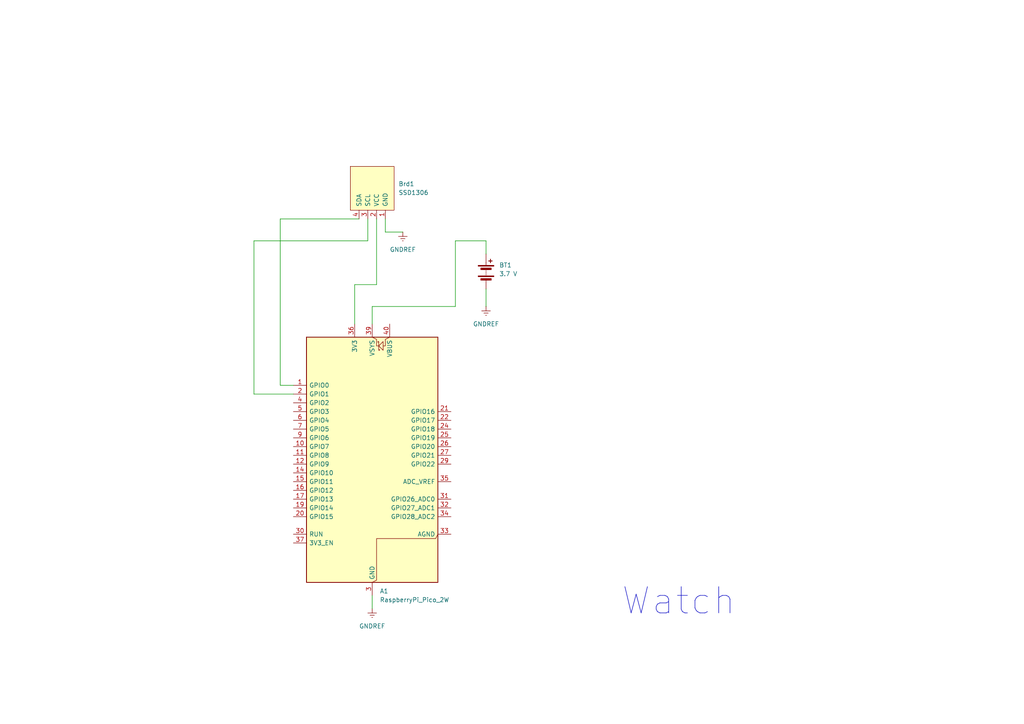
<source format=kicad_sch>
(kicad_sch
	(version 20231120)
	(generator "eeschema")
	(generator_version "8.0")
	(uuid "a5498431-5306-40bd-b437-e243370f727f")
	(paper "A4")
	(lib_symbols
		(symbol "Device:Battery"
			(pin_numbers hide)
			(pin_names
				(offset 0) hide)
			(exclude_from_sim no)
			(in_bom yes)
			(on_board yes)
			(property "Reference" "BT"
				(at 2.54 2.54 0)
				(effects
					(font
						(size 1.27 1.27)
					)
					(justify left)
				)
			)
			(property "Value" "Battery"
				(at 2.54 0 0)
				(effects
					(font
						(size 1.27 1.27)
					)
					(justify left)
				)
			)
			(property "Footprint" ""
				(at 0 1.524 90)
				(effects
					(font
						(size 1.27 1.27)
					)
					(hide yes)
				)
			)
			(property "Datasheet" "~"
				(at 0 1.524 90)
				(effects
					(font
						(size 1.27 1.27)
					)
					(hide yes)
				)
			)
			(property "Description" "Multiple-cell battery"
				(at 0 0 0)
				(effects
					(font
						(size 1.27 1.27)
					)
					(hide yes)
				)
			)
			(property "ki_keywords" "batt voltage-source cell"
				(at 0 0 0)
				(effects
					(font
						(size 1.27 1.27)
					)
					(hide yes)
				)
			)
			(symbol "Battery_0_1"
				(rectangle
					(start -2.286 -1.27)
					(end 2.286 -1.524)
					(stroke
						(width 0)
						(type default)
					)
					(fill
						(type outline)
					)
				)
				(rectangle
					(start -2.286 1.778)
					(end 2.286 1.524)
					(stroke
						(width 0)
						(type default)
					)
					(fill
						(type outline)
					)
				)
				(rectangle
					(start -1.524 -2.032)
					(end 1.524 -2.54)
					(stroke
						(width 0)
						(type default)
					)
					(fill
						(type outline)
					)
				)
				(rectangle
					(start -1.524 1.016)
					(end 1.524 0.508)
					(stroke
						(width 0)
						(type default)
					)
					(fill
						(type outline)
					)
				)
				(polyline
					(pts
						(xy 0 -1.016) (xy 0 -0.762)
					)
					(stroke
						(width 0)
						(type default)
					)
					(fill
						(type none)
					)
				)
				(polyline
					(pts
						(xy 0 -0.508) (xy 0 -0.254)
					)
					(stroke
						(width 0)
						(type default)
					)
					(fill
						(type none)
					)
				)
				(polyline
					(pts
						(xy 0 0) (xy 0 0.254)
					)
					(stroke
						(width 0)
						(type default)
					)
					(fill
						(type none)
					)
				)
				(polyline
					(pts
						(xy 0 1.778) (xy 0 2.54)
					)
					(stroke
						(width 0)
						(type default)
					)
					(fill
						(type none)
					)
				)
				(polyline
					(pts
						(xy 0.762 3.048) (xy 1.778 3.048)
					)
					(stroke
						(width 0.254)
						(type default)
					)
					(fill
						(type none)
					)
				)
				(polyline
					(pts
						(xy 1.27 3.556) (xy 1.27 2.54)
					)
					(stroke
						(width 0.254)
						(type default)
					)
					(fill
						(type none)
					)
				)
			)
			(symbol "Battery_1_1"
				(pin passive line
					(at 0 5.08 270)
					(length 2.54)
					(name "+"
						(effects
							(font
								(size 1.27 1.27)
							)
						)
					)
					(number "1"
						(effects
							(font
								(size 1.27 1.27)
							)
						)
					)
				)
				(pin passive line
					(at 0 -5.08 90)
					(length 2.54)
					(name "-"
						(effects
							(font
								(size 1.27 1.27)
							)
						)
					)
					(number "2"
						(effects
							(font
								(size 1.27 1.27)
							)
						)
					)
				)
			)
		)
		(symbol "MCU_Module_RaspberryPi_Pico:RaspberryPi_Pico_W"
			(pin_names
				(offset 0.762)
			)
			(exclude_from_sim no)
			(in_bom yes)
			(on_board yes)
			(property "Reference" "A"
				(at -19.05 38.1 0)
				(effects
					(font
						(size 1.27 1.27)
					)
					(justify left)
				)
			)
			(property "Value" "RaspberryPi_Pico_W"
				(at 7.62 38.1 0)
				(effects
					(font
						(size 1.27 1.27)
					)
					(justify left)
				)
			)
			(property "Footprint" "Module_RaspberryPi_Pico:RaspberryPi_Pico_Common"
				(at 0 -49.53 0)
				(effects
					(font
						(size 1.27 1.27)
					)
					(hide yes)
				)
			)
			(property "Datasheet" "https://datasheets.raspberrypi.com/picow/pico-w-datasheet.pdf"
				(at 0 -52.07 0)
				(effects
					(font
						(size 1.27 1.27)
					)
					(hide yes)
				)
			)
			(property "Description" "Versatile and inexpensive wireless microcontroller module powered by RP2040 dual-core Arm Cortex-M0+ processor up to 133 MHz, 264kB SRAM, 2MB QSPI flash, Infineon CYW43439 2.4GHz 802.11n wireless LAN"
				(at 0 -54.61 0)
				(effects
					(font
						(size 1.27 1.27)
					)
					(hide yes)
				)
			)
			(property "ki_keywords" "Raspberry Pi Pico microcontroller module RP2040 M0+ usb CYW43439 wireless wifi bluetooth"
				(at 0 0 0)
				(effects
					(font
						(size 1.27 1.27)
					)
					(hide yes)
				)
			)
			(property "ki_fp_filters" "RaspberryPi?Pico?Common* RaspberryPi?Pico?W*"
				(at 0 0 0)
				(effects
					(font
						(size 1.27 1.27)
					)
					(hide yes)
				)
			)
			(symbol "RaspberryPi_Pico_W_0_1"
				(rectangle
					(start -19.05 36.83)
					(end 19.05 -34.29)
					(stroke
						(width 0.254)
						(type default)
					)
					(fill
						(type background)
					)
				)
				(polyline
					(pts
						(xy 0 36.83) (xy 1.27 36.195) (xy 1.27 34.29) (xy 1.905 34.29)
					)
					(stroke
						(width 0)
						(type default)
					)
					(fill
						(type none)
					)
				)
				(polyline
					(pts
						(xy 1.905 34.29) (xy 3.175 35.56) (xy 3.175 33.02) (xy 1.905 34.29)
					)
					(stroke
						(width 0)
						(type default)
					)
					(fill
						(type none)
					)
				)
				(polyline
					(pts
						(xy 5.08 36.83) (xy 3.81 36.195) (xy 3.81 34.29) (xy 3.175 34.29)
					)
					(stroke
						(width 0)
						(type default)
					)
					(fill
						(type none)
					)
				)
				(polyline
					(pts
						(xy 0 -34.29) (xy 1.27 -33.655) (xy 1.27 -21.59) (xy 18.415 -21.59) (xy 19.05 -20.32)
					)
					(stroke
						(width 0)
						(type default)
					)
					(fill
						(type none)
					)
				)
				(polyline
					(pts
						(xy 1.651 35.306) (xy 1.651 35.56) (xy 1.905 35.56) (xy 1.905 33.02) (xy 2.159 33.02) (xy 2.159 33.274)
					)
					(stroke
						(width 0)
						(type default)
					)
					(fill
						(type none)
					)
				)
			)
			(symbol "RaspberryPi_Pico_W_1_1"
				(pin bidirectional line
					(at -22.86 22.86 0)
					(length 3.81)
					(name "GPIO0"
						(effects
							(font
								(size 1.27 1.27)
							)
						)
					)
					(number "1"
						(effects
							(font
								(size 1.27 1.27)
							)
						)
					)
					(alternate "I2C0_SDA" bidirectional line)
					(alternate "PWM0_A" output line)
					(alternate "SPI0_RX" input line)
					(alternate "UART0_TX" output line)
					(alternate "USB_OVCUR_DET" input line)
				)
				(pin bidirectional line
					(at -22.86 5.08 0)
					(length 3.81)
					(name "GPIO7"
						(effects
							(font
								(size 1.27 1.27)
							)
						)
					)
					(number "10"
						(effects
							(font
								(size 1.27 1.27)
							)
						)
					)
					(alternate "I2C1_SCL" bidirectional clock)
					(alternate "PWM3_B" bidirectional line)
					(alternate "SPI0_TX" output line)
					(alternate "UART1_RTS" output line)
					(alternate "USB_VBUS_DET" input line)
				)
				(pin bidirectional line
					(at -22.86 2.54 0)
					(length 3.81)
					(name "GPIO8"
						(effects
							(font
								(size 1.27 1.27)
							)
						)
					)
					(number "11"
						(effects
							(font
								(size 1.27 1.27)
							)
						)
					)
					(alternate "I2C0_SDA" bidirectional line)
					(alternate "PWM4_A" output line)
					(alternate "SPI1_RX" input line)
					(alternate "UART1_TX" output line)
					(alternate "USB_VBUS_EN" output line)
				)
				(pin bidirectional line
					(at -22.86 0 0)
					(length 3.81)
					(name "GPIO9"
						(effects
							(font
								(size 1.27 1.27)
							)
						)
					)
					(number "12"
						(effects
							(font
								(size 1.27 1.27)
							)
						)
					)
					(alternate "I2C0_SCL" bidirectional clock)
					(alternate "PWM4_B" bidirectional line)
					(alternate "UART1_RX" input line)
					(alternate "USB_OVCUR_DET" input line)
					(alternate "~{SPI1_CSn}" bidirectional line)
				)
				(pin passive line
					(at 0 -38.1 90)
					(length 3.81) hide
					(name "GND"
						(effects
							(font
								(size 1.27 1.27)
							)
						)
					)
					(number "13"
						(effects
							(font
								(size 1.27 1.27)
							)
						)
					)
				)
				(pin bidirectional line
					(at -22.86 -2.54 0)
					(length 3.81)
					(name "GPIO10"
						(effects
							(font
								(size 1.27 1.27)
							)
						)
					)
					(number "14"
						(effects
							(font
								(size 1.27 1.27)
							)
						)
					)
					(alternate "I2C1_SDA" bidirectional line)
					(alternate "PWM5_A" output line)
					(alternate "SPI1_SCK" bidirectional clock)
					(alternate "UART1_CTS" input line)
					(alternate "USB_VBUS_DET" input line)
				)
				(pin bidirectional line
					(at -22.86 -5.08 0)
					(length 3.81)
					(name "GPIO11"
						(effects
							(font
								(size 1.27 1.27)
							)
						)
					)
					(number "15"
						(effects
							(font
								(size 1.27 1.27)
							)
						)
					)
					(alternate "I2C1_SCL" bidirectional clock)
					(alternate "PWM5_B" bidirectional line)
					(alternate "SPI1_TX" output line)
					(alternate "UART1_RTS" output line)
					(alternate "USB_VBUS_EN" output line)
				)
				(pin bidirectional line
					(at -22.86 -7.62 0)
					(length 3.81)
					(name "GPIO12"
						(effects
							(font
								(size 1.27 1.27)
							)
						)
					)
					(number "16"
						(effects
							(font
								(size 1.27 1.27)
							)
						)
					)
					(alternate "I2C0_SDA" bidirectional line)
					(alternate "PWM6_A" output line)
					(alternate "SPI1_RX" input line)
					(alternate "UART0_TX" output line)
					(alternate "USB_OVCUR_DET" input line)
				)
				(pin bidirectional line
					(at -22.86 -10.16 0)
					(length 3.81)
					(name "GPIO13"
						(effects
							(font
								(size 1.27 1.27)
							)
						)
					)
					(number "17"
						(effects
							(font
								(size 1.27 1.27)
							)
						)
					)
					(alternate "I2C0_SCL" bidirectional clock)
					(alternate "PWM6_B" bidirectional line)
					(alternate "UART0_RX" input line)
					(alternate "USB_VBUS_DET" input line)
					(alternate "~{SPI1_CSn}" bidirectional line)
				)
				(pin passive line
					(at 0 -38.1 90)
					(length 3.81) hide
					(name "GND"
						(effects
							(font
								(size 1.27 1.27)
							)
						)
					)
					(number "18"
						(effects
							(font
								(size 1.27 1.27)
							)
						)
					)
				)
				(pin bidirectional line
					(at -22.86 -12.7 0)
					(length 3.81)
					(name "GPIO14"
						(effects
							(font
								(size 1.27 1.27)
							)
						)
					)
					(number "19"
						(effects
							(font
								(size 1.27 1.27)
							)
						)
					)
					(alternate "I2C1_SDA" bidirectional line)
					(alternate "PWM7_A" output line)
					(alternate "SPI1_SCK" bidirectional clock)
					(alternate "UART0_CTS" input line)
					(alternate "USB_VBUS_EN" output line)
				)
				(pin bidirectional line
					(at -22.86 20.32 0)
					(length 3.81)
					(name "GPIO1"
						(effects
							(font
								(size 1.27 1.27)
							)
						)
					)
					(number "2"
						(effects
							(font
								(size 1.27 1.27)
							)
						)
					)
					(alternate "I2C0_SCL" bidirectional clock)
					(alternate "PWM0_B" bidirectional line)
					(alternate "UART0_RX" input line)
					(alternate "USB_VBUS_DET" passive line)
					(alternate "~{SPI0_CSn}" bidirectional line)
				)
				(pin bidirectional line
					(at -22.86 -15.24 0)
					(length 3.81)
					(name "GPIO15"
						(effects
							(font
								(size 1.27 1.27)
							)
						)
					)
					(number "20"
						(effects
							(font
								(size 1.27 1.27)
							)
						)
					)
					(alternate "I2C1_SCL" bidirectional clock)
					(alternate "PWM7_B" bidirectional line)
					(alternate "SPI1_TX" output line)
					(alternate "UART0_RTS" output line)
					(alternate "USB_OVCUR_DET" input line)
				)
				(pin bidirectional line
					(at 22.86 15.24 180)
					(length 3.81)
					(name "GPIO16"
						(effects
							(font
								(size 1.27 1.27)
							)
						)
					)
					(number "21"
						(effects
							(font
								(size 1.27 1.27)
							)
						)
					)
					(alternate "I2C0_SDA" bidirectional line)
					(alternate "PWM0_A" output line)
					(alternate "SPI0_RX" input line)
					(alternate "UART0_TX" output line)
					(alternate "USB_VBUS_DET" input line)
				)
				(pin bidirectional line
					(at 22.86 12.7 180)
					(length 3.81)
					(name "GPIO17"
						(effects
							(font
								(size 1.27 1.27)
							)
						)
					)
					(number "22"
						(effects
							(font
								(size 1.27 1.27)
							)
						)
					)
					(alternate "I2C0_SCL" bidirectional clock)
					(alternate "PWM0_B" bidirectional line)
					(alternate "UART0_RX" input line)
					(alternate "USB_VBUS_EN" output line)
					(alternate "~{SPI0_CSn}" bidirectional line)
				)
				(pin passive line
					(at 0 -38.1 90)
					(length 3.81) hide
					(name "GND"
						(effects
							(font
								(size 1.27 1.27)
							)
						)
					)
					(number "23"
						(effects
							(font
								(size 1.27 1.27)
							)
						)
					)
				)
				(pin bidirectional line
					(at 22.86 10.16 180)
					(length 3.81)
					(name "GPIO18"
						(effects
							(font
								(size 1.27 1.27)
							)
						)
					)
					(number "24"
						(effects
							(font
								(size 1.27 1.27)
							)
						)
					)
					(alternate "I2C1_SDA" bidirectional line)
					(alternate "PWM1_A" output line)
					(alternate "SPI0_SCK" bidirectional clock)
					(alternate "UART0_CTS" input line)
					(alternate "USB_OVCUR_DET" input line)
				)
				(pin bidirectional line
					(at 22.86 7.62 180)
					(length 3.81)
					(name "GPIO19"
						(effects
							(font
								(size 1.27 1.27)
							)
						)
					)
					(number "25"
						(effects
							(font
								(size 1.27 1.27)
							)
						)
					)
					(alternate "I2C1_SCL" bidirectional clock)
					(alternate "PWM1_B" bidirectional line)
					(alternate "SPI0_TX" output line)
					(alternate "UART0_RTS" output line)
					(alternate "USB_VBUS_DET" input line)
				)
				(pin bidirectional line
					(at 22.86 5.08 180)
					(length 3.81)
					(name "GPIO20"
						(effects
							(font
								(size 1.27 1.27)
							)
						)
					)
					(number "26"
						(effects
							(font
								(size 1.27 1.27)
							)
						)
					)
					(alternate "CLOCK_GPIN0" input clock)
					(alternate "I2C0_SDA" bidirectional line)
					(alternate "PWM2_A" output line)
					(alternate "SPI0_RX" input line)
					(alternate "UART1_TX" output line)
					(alternate "USB_VBUS_EN" output line)
				)
				(pin bidirectional line
					(at 22.86 2.54 180)
					(length 3.81)
					(name "GPIO21"
						(effects
							(font
								(size 1.27 1.27)
							)
						)
					)
					(number "27"
						(effects
							(font
								(size 1.27 1.27)
							)
						)
					)
					(alternate "CLOCK_GPOUT0" output clock)
					(alternate "I2C0_SCL" bidirectional clock)
					(alternate "PWM2_B" bidirectional line)
					(alternate "UART1_RX" input line)
					(alternate "USB_OVCUR_DET" input line)
					(alternate "~{SPI0_CSn}" bidirectional line)
				)
				(pin passive line
					(at 0 -38.1 90)
					(length 3.81) hide
					(name "GND"
						(effects
							(font
								(size 1.27 1.27)
							)
						)
					)
					(number "28"
						(effects
							(font
								(size 1.27 1.27)
							)
						)
					)
				)
				(pin bidirectional line
					(at 22.86 0 180)
					(length 3.81)
					(name "GPIO22"
						(effects
							(font
								(size 1.27 1.27)
							)
						)
					)
					(number "29"
						(effects
							(font
								(size 1.27 1.27)
							)
						)
					)
					(alternate "CLOCK_GPIN1" input clock)
					(alternate "I2C1_SDA" bidirectional line)
					(alternate "PWM3_A" output line)
					(alternate "SPI0_SCK" bidirectional clock)
					(alternate "UART1_CTS" input line)
					(alternate "USB_VBUS_DET" input line)
				)
				(pin power_out line
					(at 0 -38.1 90)
					(length 3.81)
					(name "GND"
						(effects
							(font
								(size 1.27 1.27)
							)
						)
					)
					(number "3"
						(effects
							(font
								(size 1.27 1.27)
							)
						)
					)
					(alternate "GND_IN" power_in line)
				)
				(pin input line
					(at -22.86 -20.32 0)
					(length 3.81)
					(name "RUN"
						(effects
							(font
								(size 1.27 1.27)
							)
						)
					)
					(number "30"
						(effects
							(font
								(size 1.27 1.27)
							)
						)
					)
					(alternate "~{RESET}" input line)
				)
				(pin bidirectional line
					(at 22.86 -10.16 180)
					(length 3.81)
					(name "GPIO26_ADC0"
						(effects
							(font
								(size 1.27 1.27)
							)
						)
					)
					(number "31"
						(effects
							(font
								(size 1.27 1.27)
							)
						)
					)
					(alternate "ADC0" input line)
					(alternate "GPIO26" bidirectional line)
					(alternate "I2C1_SDA" bidirectional line)
					(alternate "PWM5_A" output line)
					(alternate "SPI1_SCK" bidirectional clock)
					(alternate "UART1_CTS" input line)
					(alternate "USB_VBUS_EN" output line)
				)
				(pin bidirectional line
					(at 22.86 -12.7 180)
					(length 3.81)
					(name "GPIO27_ADC1"
						(effects
							(font
								(size 1.27 1.27)
							)
						)
					)
					(number "32"
						(effects
							(font
								(size 1.27 1.27)
							)
						)
					)
					(alternate "ADC1" input line)
					(alternate "GPIO27" bidirectional line)
					(alternate "I2C1_SCL" bidirectional clock)
					(alternate "PWM5_B" bidirectional line)
					(alternate "SPI1_TX" output line)
					(alternate "UART1_RTS" output line)
					(alternate "USB_OVCUR_DET" input line)
				)
				(pin power_out line
					(at 22.86 -20.32 180)
					(length 3.81)
					(name "AGND"
						(effects
							(font
								(size 1.27 1.27)
							)
						)
					)
					(number "33"
						(effects
							(font
								(size 1.27 1.27)
							)
						)
					)
					(alternate "GND" passive line)
				)
				(pin bidirectional line
					(at 22.86 -15.24 180)
					(length 3.81)
					(name "GPIO28_ADC2"
						(effects
							(font
								(size 1.27 1.27)
							)
						)
					)
					(number "34"
						(effects
							(font
								(size 1.27 1.27)
							)
						)
					)
					(alternate "ADC2" input line)
					(alternate "GPIO28" bidirectional line)
					(alternate "I2C0_SDA" bidirectional line)
					(alternate "PWM6_A" output line)
					(alternate "SPI1_RX" input line)
					(alternate "UART0_TX" output line)
					(alternate "USB_VBUS_DET" input line)
				)
				(pin power_in line
					(at 22.86 -5.08 180)
					(length 3.81)
					(name "ADC_VREF"
						(effects
							(font
								(size 1.27 1.27)
							)
						)
					)
					(number "35"
						(effects
							(font
								(size 1.27 1.27)
							)
						)
					)
				)
				(pin power_out line
					(at -5.08 40.64 270)
					(length 3.81)
					(name "3V3"
						(effects
							(font
								(size 1.27 1.27)
							)
						)
					)
					(number "36"
						(effects
							(font
								(size 1.27 1.27)
							)
						)
					)
				)
				(pin input line
					(at -22.86 -22.86 0)
					(length 3.81)
					(name "3V3_EN"
						(effects
							(font
								(size 1.27 1.27)
							)
						)
					)
					(number "37"
						(effects
							(font
								(size 1.27 1.27)
							)
						)
					)
					(alternate "~{3V3_DISABLE}" input line)
				)
				(pin passive line
					(at 0 -38.1 90)
					(length 3.81) hide
					(name "GND"
						(effects
							(font
								(size 1.27 1.27)
							)
						)
					)
					(number "38"
						(effects
							(font
								(size 1.27 1.27)
							)
						)
					)
				)
				(pin power_in line
					(at 0 40.64 270)
					(length 3.81)
					(name "VSYS"
						(effects
							(font
								(size 1.27 1.27)
							)
						)
					)
					(number "39"
						(effects
							(font
								(size 1.27 1.27)
							)
						)
					)
					(alternate "VSYS_IN" power_in line)
					(alternate "VSYS_OUT" power_out line)
				)
				(pin bidirectional line
					(at -22.86 17.78 0)
					(length 3.81)
					(name "GPIO2"
						(effects
							(font
								(size 1.27 1.27)
							)
						)
					)
					(number "4"
						(effects
							(font
								(size 1.27 1.27)
							)
						)
					)
					(alternate "I2C1_SDA" bidirectional line)
					(alternate "PWM1_A" output line)
					(alternate "SPI0_SCK" bidirectional clock)
					(alternate "UART0_CTS" input line)
					(alternate "USB_VBUS_DET" input line)
				)
				(pin power_out line
					(at 5.08 40.64 270)
					(length 3.81)
					(name "VBUS"
						(effects
							(font
								(size 1.27 1.27)
							)
						)
					)
					(number "40"
						(effects
							(font
								(size 1.27 1.27)
							)
						)
					)
					(alternate "VBUS_HOST" power_in line)
				)
				(pin bidirectional line
					(at -22.86 15.24 0)
					(length 3.81)
					(name "GPIO3"
						(effects
							(font
								(size 1.27 1.27)
							)
						)
					)
					(number "5"
						(effects
							(font
								(size 1.27 1.27)
							)
						)
					)
					(alternate "I2C1_SCL" bidirectional clock)
					(alternate "PWM1_B" bidirectional line)
					(alternate "SPI0_TX" output line)
					(alternate "UART0_RTS" output line)
					(alternate "USB_OVCUR_DET" input line)
				)
				(pin bidirectional line
					(at -22.86 12.7 0)
					(length 3.81)
					(name "GPIO4"
						(effects
							(font
								(size 1.27 1.27)
							)
						)
					)
					(number "6"
						(effects
							(font
								(size 1.27 1.27)
							)
						)
					)
					(alternate "I2C0_SDA" bidirectional line)
					(alternate "PWM2_A" output line)
					(alternate "SPI0_RX" input line)
					(alternate "UART1_TX" output line)
					(alternate "USB_VBUS_DET" input line)
				)
				(pin bidirectional line
					(at -22.86 10.16 0)
					(length 3.81)
					(name "GPIO5"
						(effects
							(font
								(size 1.27 1.27)
							)
						)
					)
					(number "7"
						(effects
							(font
								(size 1.27 1.27)
							)
						)
					)
					(alternate "I2C0_SCL" bidirectional clock)
					(alternate "PWM2_B" bidirectional line)
					(alternate "UART1_RX" input line)
					(alternate "USB_VBUS_EN" output line)
					(alternate "~{SPI0_CSn}" bidirectional line)
				)
				(pin passive line
					(at 0 -38.1 90)
					(length 3.81) hide
					(name "GND"
						(effects
							(font
								(size 1.27 1.27)
							)
						)
					)
					(number "8"
						(effects
							(font
								(size 1.27 1.27)
							)
						)
					)
				)
				(pin bidirectional line
					(at -22.86 7.62 0)
					(length 3.81)
					(name "GPIO6"
						(effects
							(font
								(size 1.27 1.27)
							)
						)
					)
					(number "9"
						(effects
							(font
								(size 1.27 1.27)
							)
						)
					)
					(alternate "I2C1_SDA" bidirectional line)
					(alternate "PWM3_A" output line)
					(alternate "SPI0_SCK" bidirectional clock)
					(alternate "UART1_CTS" input line)
					(alternate "USB_OVCUR_DET" input line)
				)
			)
		)
		(symbol "SSD1306-128x64_OLED:SSD1306"
			(pin_names
				(offset 1.016)
			)
			(exclude_from_sim no)
			(in_bom yes)
			(on_board yes)
			(property "Reference" "Brd"
				(at 0 -3.81 0)
				(effects
					(font
						(size 1.27 1.27)
					)
				)
			)
			(property "Value" "SSD1306"
				(at 0 -1.27 0)
				(effects
					(font
						(size 1.27 1.27)
					)
				)
			)
			(property "Footprint" ""
				(at 0 6.35 0)
				(effects
					(font
						(size 1.27 1.27)
					)
					(hide yes)
				)
			)
			(property "Datasheet" ""
				(at 0 6.35 0)
				(effects
					(font
						(size 1.27 1.27)
					)
					(hide yes)
				)
			)
			(property "Description" ""
				(at 0 0 0)
				(effects
					(font
						(size 1.27 1.27)
					)
					(hide yes)
				)
			)
			(property "ki_fp_filters" "SSD1306-128x64_OLED:SSD1306"
				(at 0 0 0)
				(effects
					(font
						(size 1.27 1.27)
					)
					(hide yes)
				)
			)
			(symbol "SSD1306_0_1"
				(rectangle
					(start -6.35 6.35)
					(end 6.35 -6.35)
					(stroke
						(width 0)
						(type solid)
					)
					(fill
						(type background)
					)
				)
			)
			(symbol "SSD1306_1_1"
				(pin input line
					(at -3.81 8.89 270)
					(length 2.54)
					(name "GND"
						(effects
							(font
								(size 1.27 1.27)
							)
						)
					)
					(number "1"
						(effects
							(font
								(size 1.27 1.27)
							)
						)
					)
				)
				(pin input line
					(at -1.27 8.89 270)
					(length 2.54)
					(name "VCC"
						(effects
							(font
								(size 1.27 1.27)
							)
						)
					)
					(number "2"
						(effects
							(font
								(size 1.27 1.27)
							)
						)
					)
				)
				(pin input line
					(at 1.27 8.89 270)
					(length 2.54)
					(name "SCL"
						(effects
							(font
								(size 1.27 1.27)
							)
						)
					)
					(number "3"
						(effects
							(font
								(size 1.27 1.27)
							)
						)
					)
				)
				(pin input line
					(at 3.81 8.89 270)
					(length 2.54)
					(name "SDA"
						(effects
							(font
								(size 1.27 1.27)
							)
						)
					)
					(number "4"
						(effects
							(font
								(size 1.27 1.27)
							)
						)
					)
				)
			)
		)
		(symbol "power:GNDREF"
			(power)
			(pin_numbers hide)
			(pin_names
				(offset 0) hide)
			(exclude_from_sim no)
			(in_bom yes)
			(on_board yes)
			(property "Reference" "#PWR"
				(at 0 -6.35 0)
				(effects
					(font
						(size 1.27 1.27)
					)
					(hide yes)
				)
			)
			(property "Value" "GNDREF"
				(at 0 -3.81 0)
				(effects
					(font
						(size 1.27 1.27)
					)
				)
			)
			(property "Footprint" ""
				(at 0 0 0)
				(effects
					(font
						(size 1.27 1.27)
					)
					(hide yes)
				)
			)
			(property "Datasheet" ""
				(at 0 0 0)
				(effects
					(font
						(size 1.27 1.27)
					)
					(hide yes)
				)
			)
			(property "Description" "Power symbol creates a global label with name \"GNDREF\" , reference supply ground"
				(at 0 0 0)
				(effects
					(font
						(size 1.27 1.27)
					)
					(hide yes)
				)
			)
			(property "ki_keywords" "global power"
				(at 0 0 0)
				(effects
					(font
						(size 1.27 1.27)
					)
					(hide yes)
				)
			)
			(symbol "GNDREF_0_1"
				(polyline
					(pts
						(xy -0.635 -1.905) (xy 0.635 -1.905)
					)
					(stroke
						(width 0)
						(type default)
					)
					(fill
						(type none)
					)
				)
				(polyline
					(pts
						(xy -0.127 -2.54) (xy 0.127 -2.54)
					)
					(stroke
						(width 0)
						(type default)
					)
					(fill
						(type none)
					)
				)
				(polyline
					(pts
						(xy 0 -1.27) (xy 0 0)
					)
					(stroke
						(width 0)
						(type default)
					)
					(fill
						(type none)
					)
				)
				(polyline
					(pts
						(xy 1.27 -1.27) (xy -1.27 -1.27)
					)
					(stroke
						(width 0)
						(type default)
					)
					(fill
						(type none)
					)
				)
			)
			(symbol "GNDREF_1_1"
				(pin power_in line
					(at 0 0 270)
					(length 0)
					(name "~"
						(effects
							(font
								(size 1.27 1.27)
							)
						)
					)
					(number "1"
						(effects
							(font
								(size 1.27 1.27)
							)
						)
					)
				)
			)
		)
	)
	(wire
		(pts
			(xy 107.95 93.98) (xy 107.95 88.9)
		)
		(stroke
			(width 0)
			(type default)
		)
		(uuid "09b96500-fc27-4d78-aee3-d692492da1e5")
	)
	(wire
		(pts
			(xy 81.28 111.76) (xy 85.09 111.76)
		)
		(stroke
			(width 0)
			(type default)
		)
		(uuid "13841f4b-597f-41d7-bf4e-c98b4d1559e3")
	)
	(wire
		(pts
			(xy 73.66 114.3) (xy 85.09 114.3)
		)
		(stroke
			(width 0)
			(type default)
		)
		(uuid "23219b1a-1419-437a-ac76-14ed75933c0c")
	)
	(wire
		(pts
			(xy 107.95 172.72) (xy 107.95 176.53)
		)
		(stroke
			(width 0)
			(type default)
		)
		(uuid "342b9dcf-1053-423e-91fd-807941da6cae")
	)
	(wire
		(pts
			(xy 106.68 63.5) (xy 106.68 69.85)
		)
		(stroke
			(width 0)
			(type default)
		)
		(uuid "3493a200-b892-4f85-a516-52f2f56f57ec")
	)
	(wire
		(pts
			(xy 132.08 88.9) (xy 132.08 69.85)
		)
		(stroke
			(width 0)
			(type default)
		)
		(uuid "3ead0a38-2ebd-445e-b2e5-6638659d4346")
	)
	(wire
		(pts
			(xy 106.68 69.85) (xy 73.66 69.85)
		)
		(stroke
			(width 0)
			(type default)
		)
		(uuid "43eba013-974d-491b-b0bb-0eaed2a5640b")
	)
	(wire
		(pts
			(xy 73.66 69.85) (xy 73.66 114.3)
		)
		(stroke
			(width 0)
			(type default)
		)
		(uuid "5ba6cff7-743a-4b7c-a68f-2e3476e15af6")
	)
	(wire
		(pts
			(xy 107.95 88.9) (xy 132.08 88.9)
		)
		(stroke
			(width 0)
			(type default)
		)
		(uuid "5c50b7f8-d3b2-4e78-9700-f6d126b0bc17")
	)
	(wire
		(pts
			(xy 111.76 67.31) (xy 116.84 67.31)
		)
		(stroke
			(width 0)
			(type default)
		)
		(uuid "5dbb0ca3-d400-41b7-9e3f-b9cc36b10e3e")
	)
	(wire
		(pts
			(xy 102.87 82.55) (xy 109.22 82.55)
		)
		(stroke
			(width 0)
			(type default)
		)
		(uuid "793cdf0d-dbb7-4f2e-b5fa-841cc9dae7db")
	)
	(wire
		(pts
			(xy 140.97 83.82) (xy 140.97 88.9)
		)
		(stroke
			(width 0)
			(type default)
		)
		(uuid "7d78d7b9-539c-41a4-bab1-2d82643c57b0")
	)
	(wire
		(pts
			(xy 102.87 93.98) (xy 102.87 82.55)
		)
		(stroke
			(width 0)
			(type default)
		)
		(uuid "8ae8b235-d67d-4496-8bdc-0ce26f54ee49")
	)
	(wire
		(pts
			(xy 132.08 69.85) (xy 140.97 69.85)
		)
		(stroke
			(width 0)
			(type default)
		)
		(uuid "906efc30-9555-4243-b2c7-2f9f1a938468")
	)
	(wire
		(pts
			(xy 111.76 63.5) (xy 111.76 67.31)
		)
		(stroke
			(width 0)
			(type default)
		)
		(uuid "97717532-cd17-4e66-b49b-5f547bfcd5a7")
	)
	(wire
		(pts
			(xy 81.28 63.5) (xy 81.28 111.76)
		)
		(stroke
			(width 0)
			(type default)
		)
		(uuid "add34cb9-0d97-4e82-8c6d-40fe2638c2bc")
	)
	(wire
		(pts
			(xy 104.14 63.5) (xy 81.28 63.5)
		)
		(stroke
			(width 0)
			(type default)
		)
		(uuid "e80cf028-32d6-430f-baa9-d7babf95a129")
	)
	(wire
		(pts
			(xy 140.97 69.85) (xy 140.97 73.66)
		)
		(stroke
			(width 0)
			(type default)
		)
		(uuid "ec6bce45-26b2-46d3-b033-b1e23b608bfa")
	)
	(wire
		(pts
			(xy 109.22 82.55) (xy 109.22 63.5)
		)
		(stroke
			(width 0)
			(type default)
		)
		(uuid "ef2b0e2a-3e5c-4ff1-bf5b-ed055addf894")
	)
	(text "Watch"
		(exclude_from_sim no)
		(at 196.85 174.498 0)
		(effects
			(font
				(size 7.62 7.62)
			)
		)
		(uuid "f41029da-c69f-4de9-a929-5e66a61afa09")
	)
	(symbol
		(lib_id "SSD1306-128x64_OLED:SSD1306")
		(at 107.95 54.61 180)
		(unit 1)
		(exclude_from_sim no)
		(in_bom yes)
		(on_board yes)
		(dnp no)
		(fields_autoplaced yes)
		(uuid "1d1b21b2-f05f-42c3-81bc-8ed1fbf867e3")
		(property "Reference" "Brd1"
			(at 115.57 53.3399 0)
			(effects
				(font
					(size 1.27 1.27)
				)
				(justify right)
			)
		)
		(property "Value" "SSD1306"
			(at 115.57 55.8799 0)
			(effects
				(font
					(size 1.27 1.27)
				)
				(justify right)
			)
		)
		(property "Footprint" ""
			(at 107.95 60.96 0)
			(effects
				(font
					(size 1.27 1.27)
				)
				(hide yes)
			)
		)
		(property "Datasheet" ""
			(at 107.95 60.96 0)
			(effects
				(font
					(size 1.27 1.27)
				)
				(hide yes)
			)
		)
		(property "Description" ""
			(at 107.95 54.61 0)
			(effects
				(font
					(size 1.27 1.27)
				)
				(hide yes)
			)
		)
		(pin "3"
			(uuid "3838552d-d10e-4c0b-9620-13c0eb9c883a")
		)
		(pin "4"
			(uuid "4842ae9e-dfc1-4483-8ae4-1efb5bac0dbe")
		)
		(pin "2"
			(uuid "5849ea2c-c460-412f-9461-124bbf3e8c7d")
		)
		(pin "1"
			(uuid "6c4fadaa-873e-4a59-b117-e8a703bb2c71")
		)
		(instances
			(project ""
				(path "/a5498431-5306-40bd-b437-e243370f727f"
					(reference "Brd1")
					(unit 1)
				)
			)
		)
	)
	(symbol
		(lib_id "power:GNDREF")
		(at 107.95 176.53 0)
		(unit 1)
		(exclude_from_sim no)
		(in_bom yes)
		(on_board yes)
		(dnp no)
		(fields_autoplaced yes)
		(uuid "49edfaec-c661-4b5d-8d09-1077759e05fc")
		(property "Reference" "#PWR02"
			(at 107.95 182.88 0)
			(effects
				(font
					(size 1.27 1.27)
				)
				(hide yes)
			)
		)
		(property "Value" "GNDREF"
			(at 107.95 181.61 0)
			(effects
				(font
					(size 1.27 1.27)
				)
			)
		)
		(property "Footprint" ""
			(at 107.95 176.53 0)
			(effects
				(font
					(size 1.27 1.27)
				)
				(hide yes)
			)
		)
		(property "Datasheet" ""
			(at 107.95 176.53 0)
			(effects
				(font
					(size 1.27 1.27)
				)
				(hide yes)
			)
		)
		(property "Description" "Power symbol creates a global label with name \"GNDREF\" , reference supply ground"
			(at 107.95 176.53 0)
			(effects
				(font
					(size 1.27 1.27)
				)
				(hide yes)
			)
		)
		(pin "1"
			(uuid "3dfde4dd-e575-4120-aae3-17b69162be7a")
		)
		(instances
			(project "DJ_QP_Watch"
				(path "/a5498431-5306-40bd-b437-e243370f727f"
					(reference "#PWR02")
					(unit 1)
				)
			)
		)
	)
	(symbol
		(lib_id "power:GNDREF")
		(at 116.84 67.31 0)
		(unit 1)
		(exclude_from_sim no)
		(in_bom yes)
		(on_board yes)
		(dnp no)
		(fields_autoplaced yes)
		(uuid "603e7552-f6e1-4e9e-aa02-3d7d6dad895f")
		(property "Reference" "#PWR01"
			(at 116.84 73.66 0)
			(effects
				(font
					(size 1.27 1.27)
				)
				(hide yes)
			)
		)
		(property "Value" "GNDREF"
			(at 116.84 72.39 0)
			(effects
				(font
					(size 1.27 1.27)
				)
			)
		)
		(property "Footprint" ""
			(at 116.84 67.31 0)
			(effects
				(font
					(size 1.27 1.27)
				)
				(hide yes)
			)
		)
		(property "Datasheet" ""
			(at 116.84 67.31 0)
			(effects
				(font
					(size 1.27 1.27)
				)
				(hide yes)
			)
		)
		(property "Description" "Power symbol creates a global label with name \"GNDREF\" , reference supply ground"
			(at 116.84 67.31 0)
			(effects
				(font
					(size 1.27 1.27)
				)
				(hide yes)
			)
		)
		(pin "1"
			(uuid "6f098d8b-aa31-4e04-a24b-a4d551dd9d97")
		)
		(instances
			(project ""
				(path "/a5498431-5306-40bd-b437-e243370f727f"
					(reference "#PWR01")
					(unit 1)
				)
			)
		)
	)
	(symbol
		(lib_id "Device:Battery")
		(at 140.97 78.74 0)
		(unit 1)
		(exclude_from_sim no)
		(in_bom yes)
		(on_board yes)
		(dnp no)
		(fields_autoplaced yes)
		(uuid "c0f465dc-1917-42d3-b2b1-21640623ab70")
		(property "Reference" "BT1"
			(at 144.78 76.8984 0)
			(effects
				(font
					(size 1.27 1.27)
				)
				(justify left)
			)
		)
		(property "Value" "3.7 V"
			(at 144.78 79.4384 0)
			(effects
				(font
					(size 1.27 1.27)
				)
				(justify left)
			)
		)
		(property "Footprint" ""
			(at 140.97 77.216 90)
			(effects
				(font
					(size 1.27 1.27)
				)
				(hide yes)
			)
		)
		(property "Datasheet" "~"
			(at 140.97 77.216 90)
			(effects
				(font
					(size 1.27 1.27)
				)
				(hide yes)
			)
		)
		(property "Description" "Multiple-cell battery"
			(at 140.97 78.74 0)
			(effects
				(font
					(size 1.27 1.27)
				)
				(hide yes)
			)
		)
		(pin "2"
			(uuid "80f1a6e5-2d05-4afe-bfff-169c7f09ff1b")
		)
		(pin "1"
			(uuid "0e67b14e-e623-498e-bff4-5df20fa9aa5f")
		)
		(instances
			(project "DJ_QP_Watch"
				(path "/a5498431-5306-40bd-b437-e243370f727f"
					(reference "BT1")
					(unit 1)
				)
			)
		)
	)
	(symbol
		(lib_id "power:GNDREF")
		(at 140.97 88.9 0)
		(unit 1)
		(exclude_from_sim no)
		(in_bom yes)
		(on_board yes)
		(dnp no)
		(fields_autoplaced yes)
		(uuid "c80e172f-8b7e-4ad4-a2b6-432b4ac4ed5e")
		(property "Reference" "#PWR03"
			(at 140.97 95.25 0)
			(effects
				(font
					(size 1.27 1.27)
				)
				(hide yes)
			)
		)
		(property "Value" "GNDREF"
			(at 140.97 93.98 0)
			(effects
				(font
					(size 1.27 1.27)
				)
			)
		)
		(property "Footprint" ""
			(at 140.97 88.9 0)
			(effects
				(font
					(size 1.27 1.27)
				)
				(hide yes)
			)
		)
		(property "Datasheet" ""
			(at 140.97 88.9 0)
			(effects
				(font
					(size 1.27 1.27)
				)
				(hide yes)
			)
		)
		(property "Description" "Power symbol creates a global label with name \"GNDREF\" , reference supply ground"
			(at 140.97 88.9 0)
			(effects
				(font
					(size 1.27 1.27)
				)
				(hide yes)
			)
		)
		(pin "1"
			(uuid "f248750c-d57d-498d-92c8-052532a55849")
		)
		(instances
			(project ""
				(path "/a5498431-5306-40bd-b437-e243370f727f"
					(reference "#PWR03")
					(unit 1)
				)
			)
		)
	)
	(symbol
		(lib_id "MCU_Module_RaspberryPi_Pico:RaspberryPi_Pico_W")
		(at 107.95 134.62 0)
		(unit 1)
		(exclude_from_sim no)
		(in_bom yes)
		(on_board yes)
		(dnp no)
		(fields_autoplaced yes)
		(uuid "e11e2ea6-e9e3-4f13-9fbc-2a39b5d28b6c")
		(property "Reference" "A1"
			(at 110.1441 171.45 0)
			(effects
				(font
					(size 1.27 1.27)
				)
				(justify left)
			)
		)
		(property "Value" "RaspberryPi_Pico_2W"
			(at 110.1441 173.99 0)
			(effects
				(font
					(size 1.27 1.27)
				)
				(justify left)
			)
		)
		(property "Footprint" "Module_RaspberryPi_Pico:RaspberryPi_Pico_Common"
			(at 107.95 184.15 0)
			(effects
				(font
					(size 1.27 1.27)
				)
				(hide yes)
			)
		)
		(property "Datasheet" "https://datasheets.raspberrypi.com/picow/pico-w-datasheet.pdf"
			(at 107.95 186.69 0)
			(effects
				(font
					(size 1.27 1.27)
				)
				(hide yes)
			)
		)
		(property "Description" "Versatile and inexpensive wireless microcontroller module powered by RP2040 dual-core Arm Cortex-M0+ processor up to 133 MHz, 264kB SRAM, 2MB QSPI flash, Infineon CYW43439 2.4GHz 802.11n wireless LAN"
			(at 107.95 189.23 0)
			(effects
				(font
					(size 1.27 1.27)
				)
				(hide yes)
			)
		)
		(pin "17"
			(uuid "4633099a-3fba-4bdc-9881-1c552f111527")
		)
		(pin "20"
			(uuid "dc3e2656-3f27-469f-aa08-8639993214b6")
		)
		(pin "13"
			(uuid "bdb03175-98a0-418b-983c-52544921a36e")
		)
		(pin "19"
			(uuid "a2474b9a-a64d-404b-8fc1-5563283d462a")
		)
		(pin "21"
			(uuid "15166dc5-d85b-4726-9c21-efb63d071bca")
		)
		(pin "27"
			(uuid "7e239238-8bc6-4a0e-a527-2c972d0c9130")
		)
		(pin "29"
			(uuid "4cdc38a8-da00-43e4-9c38-f240a72c8235")
		)
		(pin "23"
			(uuid "b47e1b64-210d-4223-b6c5-80d6b0de132d")
		)
		(pin "3"
			(uuid "943a9134-3719-4fe2-b9a6-50d1e6fd32e6")
		)
		(pin "30"
			(uuid "ee333601-1d11-4ca4-add8-f6f39320db6b")
		)
		(pin "34"
			(uuid "6b9a4957-99c4-4de0-8b27-62afb8940b31")
		)
		(pin "14"
			(uuid "18d0a7c9-39bc-44cf-afb2-a69329272372")
		)
		(pin "22"
			(uuid "948cbe43-1298-4072-bc96-bc396b5b61b5")
		)
		(pin "28"
			(uuid "c46ea00e-5fd0-44a6-ae82-f8fab5c81e3b")
		)
		(pin "15"
			(uuid "a842c168-a65d-45c9-806e-554940c5a14a")
		)
		(pin "16"
			(uuid "db04a67e-2510-4ab5-aa6a-530c0391dc22")
		)
		(pin "1"
			(uuid "0a60e674-b087-4f80-91c5-bc2fd88caf5e")
		)
		(pin "11"
			(uuid "75b8420f-7323-4655-b185-8251fce5b42b")
		)
		(pin "12"
			(uuid "2846ca80-8acf-4426-b9ca-c8b0ba9f6b7d")
		)
		(pin "18"
			(uuid "05bd860e-14da-43d7-bd2b-2bb4318d20f8")
		)
		(pin "24"
			(uuid "291f4bb1-d175-4978-9579-38af5acbfbf5")
		)
		(pin "25"
			(uuid "29188e2e-8cdc-49bb-9fb1-924ba0c1ca09")
		)
		(pin "26"
			(uuid "65c56538-de10-481f-a643-30ed25752faf")
		)
		(pin "32"
			(uuid "28de2558-fcd9-4593-a971-4356069231f4")
		)
		(pin "31"
			(uuid "44b09dec-1235-4d0e-8503-518dd0e7a82e")
		)
		(pin "2"
			(uuid "2fd7d0ba-60fc-4b71-8d62-d4746eb2fdb7")
		)
		(pin "33"
			(uuid "096c18e4-8d2c-460c-ae62-ec3426735cdb")
		)
		(pin "10"
			(uuid "76375c85-e414-48ca-8317-2dcb8e372e05")
		)
		(pin "35"
			(uuid "304166bf-9615-4f47-bae6-969ff43a7e3f")
		)
		(pin "7"
			(uuid "9342081e-88fa-4dd4-b04e-196b9d391263")
		)
		(pin "36"
			(uuid "b69d4677-0060-42ca-a897-96dfa615e228")
		)
		(pin "37"
			(uuid "a686b733-8719-4a2b-a787-cdf39bef492e")
		)
		(pin "39"
			(uuid "369eba29-01a4-4455-aca1-a2e7334b7f54")
		)
		(pin "40"
			(uuid "106cbbe7-f5eb-41a1-91c3-7738d51119e8")
		)
		(pin "6"
			(uuid "af5f8f5c-00ff-4065-8422-c8254d4ef2f6")
		)
		(pin "38"
			(uuid "d065d333-7ca6-4b52-a9e4-c0abce799d1b")
		)
		(pin "4"
			(uuid "a43a9394-f4c5-4788-9768-898f85443fb8")
		)
		(pin "5"
			(uuid "9d5c71c4-eb1e-4930-93cf-b56dee487bbf")
		)
		(pin "8"
			(uuid "369bd154-1616-4b40-8884-937f836b7f1f")
		)
		(pin "9"
			(uuid "1aae795f-5991-4eb4-a448-258f382e3fb1")
		)
		(instances
			(project ""
				(path "/a5498431-5306-40bd-b437-e243370f727f"
					(reference "A1")
					(unit 1)
				)
			)
		)
	)
	(sheet_instances
		(path "/"
			(page "1")
		)
	)
)

</source>
